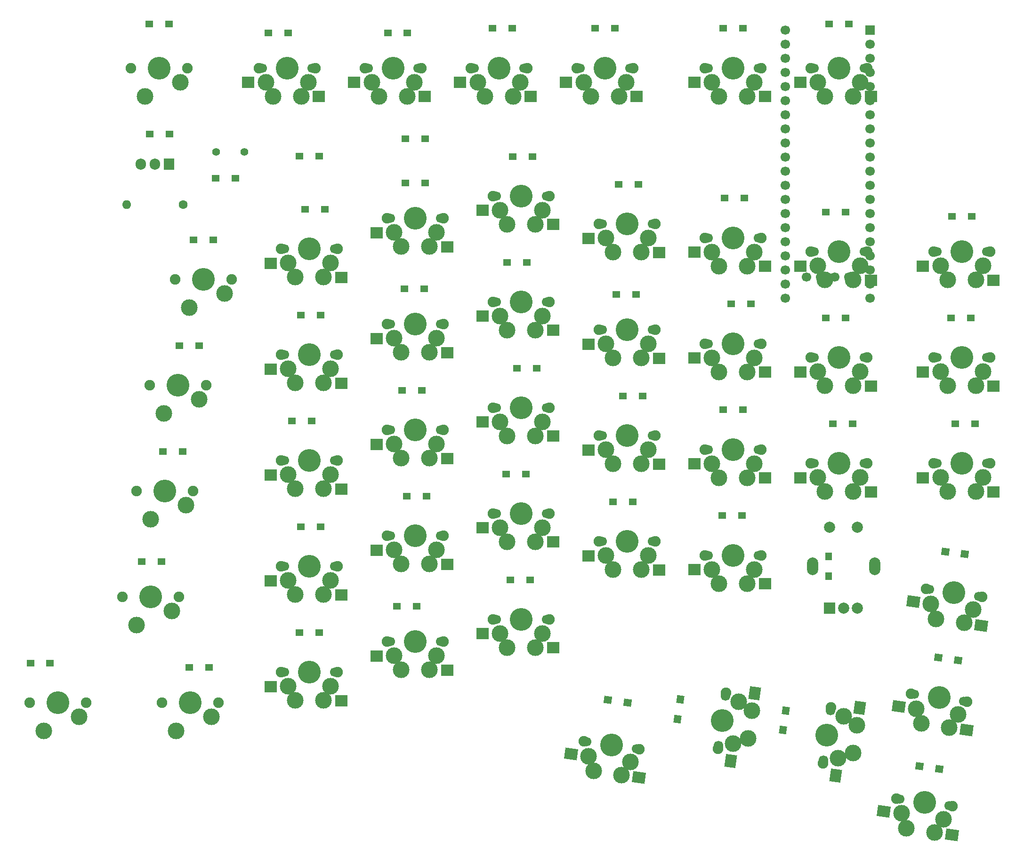
<source format=gbr>
%TF.GenerationSoftware,KiCad,Pcbnew,(6.0.5-0)*%
%TF.CreationDate,2023-01-14T19:39:34-08:00*%
%TF.ProjectId,ergodonk_pcb,6572676f-646f-46e6-9b5f-7063622e6b69,rev?*%
%TF.SameCoordinates,Original*%
%TF.FileFunction,Soldermask,Top*%
%TF.FilePolarity,Negative*%
%FSLAX46Y46*%
G04 Gerber Fmt 4.6, Leading zero omitted, Abs format (unit mm)*
G04 Created by KiCad (PCBNEW (6.0.5-0)) date 2023-01-14 19:39:34*
%MOMM*%
%LPD*%
G01*
G04 APERTURE LIST*
G04 Aperture macros list*
%AMRotRect*
0 Rectangle, with rotation*
0 The origin of the aperture is its center*
0 $1 length*
0 $2 width*
0 $3 Rotation angle, in degrees counterclockwise*
0 Add horizontal line*
21,1,$1,$2,0,0,$3*%
G04 Aperture macros list end*
%ADD10C,1.900000*%
%ADD11C,3.000000*%
%ADD12C,1.700000*%
%ADD13C,4.100000*%
%ADD14R,2.300000X2.000000*%
%ADD15R,1.400000X1.300000*%
%ADD16RotRect,2.300000X2.000000X82.000000*%
%ADD17RotRect,1.400000X1.300000X352.000000*%
%ADD18O,2.000000X3.200000*%
%ADD19R,2.000000X2.000000*%
%ADD20C,2.000000*%
%ADD21RotRect,2.300000X2.000000X352.000000*%
%ADD22R,1.905000X2.000000*%
%ADD23O,1.905000X2.000000*%
%ADD24RotRect,1.400000X1.300000X82.000000*%
%ADD25R,1.300000X1.400000*%
%ADD26C,1.600000*%
%ADD27O,1.600000X1.600000*%
%ADD28C,1.397000*%
%ADD29R,1.700000X1.700000*%
G04 APERTURE END LIST*
D10*
%TO.C,SWLH14*%
X109220000Y-57975000D03*
D11*
X110490000Y-60515001D03*
D12*
X118800000Y-57975000D03*
D11*
X118110000Y-60515000D03*
X116840000Y-63055000D03*
D10*
X119380000Y-57975000D03*
D13*
X114300000Y-57975000D03*
D12*
X109800000Y-57975000D03*
D11*
X111760000Y-63055000D03*
D14*
X107300000Y-60555000D03*
X120000000Y-63095000D03*
%TD*%
D15*
%TO.C,D50*%
X29556250Y-142031250D03*
X26006250Y-142031250D03*
%TD*%
D11*
%TO.C,SWLH33*%
X92710000Y-105155000D03*
D10*
X90170000Y-100075000D03*
D13*
X95250000Y-100075000D03*
D10*
X100330000Y-100075000D03*
D11*
X91440000Y-102615001D03*
D12*
X99750000Y-100075000D03*
D11*
X99060000Y-102615000D03*
D12*
X90750000Y-100075000D03*
D11*
X97790000Y-105155000D03*
D14*
X88250000Y-102655000D03*
X100950000Y-105195000D03*
%TD*%
D11*
%TO.C,SWLH57*%
X173923084Y-158249192D03*
X172291552Y-151607490D03*
X171231054Y-159153333D03*
D10*
X169953021Y-149996350D03*
D11*
X174630083Y-153218630D03*
D12*
X168619743Y-159483118D03*
X169872301Y-150570706D03*
D13*
X169246022Y-155026912D03*
D10*
X168539023Y-160057474D03*
D16*
X170826702Y-162317855D03*
X175109481Y-150094950D03*
%TD*%
D15*
%TO.C,D11*%
X58925000Y-65831250D03*
X55375000Y-65831250D03*
%TD*%
%TO.C,D53*%
X95437500Y-131825000D03*
X91887500Y-131825000D03*
%TD*%
D12*
%TO.C,SWLH35*%
X137850000Y-101075000D03*
D11*
X130810000Y-106155000D03*
X129540000Y-103615001D03*
D10*
X138430000Y-101075000D03*
X128270000Y-101075000D03*
D11*
X135890000Y-106155000D03*
D13*
X133350000Y-101075000D03*
D11*
X137160000Y-103615000D03*
D12*
X128850000Y-101075000D03*
D14*
X126350000Y-103655000D03*
X139050000Y-106195000D03*
%TD*%
D15*
%TO.C,D42*%
X78162500Y-117481250D03*
X74612500Y-117481250D03*
%TD*%
D17*
%TO.C,D58*%
X192800924Y-141504774D03*
X189285472Y-141010710D03*
%TD*%
D15*
%TO.C,D13*%
X97025000Y-55625000D03*
X93475000Y-55625000D03*
%TD*%
%TO.C,D54*%
X115900000Y-127031250D03*
X112350000Y-127031250D03*
%TD*%
D11*
%TO.C,SWLH12*%
X80010000Y-70015000D03*
D12*
X71700000Y-67475000D03*
D13*
X76200000Y-67475000D03*
D11*
X73660000Y-72555000D03*
D10*
X71120000Y-67475000D03*
D11*
X78740000Y-72555000D03*
X72390000Y-70015001D03*
D10*
X81280000Y-67475000D03*
D12*
X80700000Y-67475000D03*
D14*
X69200000Y-70055000D03*
X81900000Y-72595000D03*
%TD*%
D10*
%TO.C,SWLH43*%
X90170000Y-119125000D03*
D12*
X99750000Y-119125000D03*
X90750000Y-119125000D03*
D11*
X91440000Y-121665001D03*
X92710000Y-124205000D03*
D13*
X95250000Y-119125000D03*
D11*
X97790000Y-124205000D03*
D10*
X100330000Y-119125000D03*
D11*
X99060000Y-121665000D03*
D14*
X88250000Y-121705000D03*
X100950000Y-124245000D03*
%TD*%
D11*
%TO.C,SWLH2*%
X69660000Y-40005000D03*
X68390000Y-37465001D03*
X76010000Y-37465000D03*
D13*
X72200000Y-34925000D03*
D11*
X74740000Y-40005000D03*
D12*
X76700000Y-34925000D03*
X67700000Y-34925000D03*
D10*
X67120000Y-34925000D03*
X77280000Y-34925000D03*
D14*
X65200000Y-37505000D03*
X77900000Y-40045000D03*
%TD*%
D15*
%TO.C,D52*%
X77975000Y-136531250D03*
X74425000Y-136531250D03*
%TD*%
%TO.C,D3*%
X93818750Y-28575000D03*
X90268750Y-28575000D03*
%TD*%
%TO.C,D15*%
X135312500Y-55831250D03*
X131762500Y-55831250D03*
%TD*%
%TO.C,D36*%
X154175000Y-96431250D03*
X150625000Y-96431250D03*
%TD*%
%TO.C,D22*%
X78162500Y-79381250D03*
X74612500Y-79381250D03*
%TD*%
D10*
%TO.C,SWLH53*%
X90170000Y-138175000D03*
D11*
X92710000Y-143255000D03*
X99060000Y-140715000D03*
X97790000Y-143255000D03*
D13*
X95250000Y-138175000D03*
D12*
X90750000Y-138175000D03*
D11*
X91440000Y-140715001D03*
D10*
X100330000Y-138175000D03*
D12*
X99750000Y-138175000D03*
D14*
X88250000Y-140755000D03*
X100950000Y-143295000D03*
%TD*%
D12*
%TO.C,SWLH3*%
X86750000Y-34925000D03*
D13*
X91250000Y-34925000D03*
D11*
X88710000Y-40005000D03*
X93790000Y-40005000D03*
D10*
X86170000Y-34925000D03*
D11*
X95060000Y-37465000D03*
D10*
X96330000Y-34925000D03*
D11*
X87440000Y-37465001D03*
D12*
X95750000Y-34925000D03*
D14*
X84250000Y-37505000D03*
X96950000Y-40045000D03*
%TD*%
D15*
%TO.C,D_sol_1*%
X59343750Y-54768750D03*
X62893750Y-54768750D03*
%TD*%
D18*
%TO.C,SWLH_ROT1*%
X177843750Y-124618750D03*
X166643750Y-124618750D03*
D19*
X169743750Y-132118750D03*
D20*
X174743750Y-132118750D03*
X172243750Y-132118750D03*
X174743750Y-117618750D03*
X169743750Y-117618750D03*
%TD*%
D10*
%TO.C,SWLH45*%
X138430000Y-120125000D03*
D11*
X129540000Y-122665001D03*
X137160000Y-122665000D03*
D12*
X137850000Y-120125000D03*
D10*
X128270000Y-120125000D03*
D11*
X135890000Y-125205000D03*
X130810000Y-125205000D03*
D12*
X128850000Y-120125000D03*
D13*
X133350000Y-120125000D03*
D14*
X126350000Y-122705000D03*
X139050000Y-125245000D03*
%TD*%
D15*
%TO.C,D1*%
X50925000Y-26987500D03*
X47375000Y-26987500D03*
%TD*%
%TO.C,D6*%
X154175000Y-27781250D03*
X150625000Y-27781250D03*
%TD*%
D11*
%TO.C,SWLH68*%
X183562725Y-171787525D03*
X188593287Y-172494524D03*
D12*
X191241211Y-167736742D03*
D11*
X190204427Y-170155993D03*
X182658584Y-169095495D03*
D10*
X181754443Y-166403464D03*
D12*
X182328799Y-166484184D03*
D13*
X186785005Y-167110463D03*
D10*
X191815567Y-167817462D03*
D21*
X179494062Y-168691143D03*
X191716967Y-172973922D03*
%TD*%
D10*
%TO.C,SWLH27*%
X176530000Y-87025000D03*
D11*
X173990000Y-92105000D03*
X167640000Y-89565001D03*
D13*
X171450000Y-87025000D03*
D12*
X175950000Y-87025000D03*
D11*
X175260000Y-89565000D03*
D12*
X166950000Y-87025000D03*
D10*
X166370000Y-87025000D03*
D11*
X168910000Y-92105000D03*
D14*
X164450000Y-89605000D03*
X177150000Y-92145000D03*
%TD*%
D12*
%TO.C,SWLH4*%
X105800000Y-34925000D03*
D10*
X115380000Y-34925000D03*
D11*
X107760000Y-40005000D03*
D13*
X110300000Y-34925000D03*
D11*
X106490000Y-37465001D03*
D12*
X114800000Y-34925000D03*
D11*
X112840000Y-40005000D03*
D10*
X105220000Y-34925000D03*
D11*
X114110000Y-37465000D03*
D14*
X103300000Y-37505000D03*
X116000000Y-40045000D03*
%TD*%
D10*
%TO.C,SWLH65*%
X125492029Y-156091645D03*
D12*
X126066385Y-156172365D03*
D11*
X132330873Y-162182705D03*
X127300311Y-161475706D03*
D12*
X134978797Y-157424923D03*
D13*
X130522591Y-156798644D03*
D10*
X135553153Y-157505643D03*
D11*
X133942013Y-159844174D03*
X126396170Y-158783676D03*
D21*
X123231648Y-158379324D03*
X135454553Y-162662103D03*
%TD*%
D22*
%TO.C,Q1*%
X50958750Y-52236250D03*
D23*
X48418750Y-52236250D03*
X45878750Y-52236250D03*
%TD*%
D11*
%TO.C,SWLH22*%
X73660000Y-91605000D03*
D10*
X71120000Y-86525000D03*
D13*
X76200000Y-86525000D03*
D11*
X78740000Y-91605000D03*
X80010000Y-89065000D03*
D10*
X81280000Y-86525000D03*
D11*
X72390000Y-89065001D03*
D12*
X71700000Y-86525000D03*
X80700000Y-86525000D03*
D14*
X69200000Y-89105000D03*
X81900000Y-91645000D03*
%TD*%
D15*
%TO.C,D18*%
X195275000Y-61625000D03*
X191725000Y-61625000D03*
%TD*%
%TO.C,D27*%
X172606250Y-79881250D03*
X169056250Y-79881250D03*
%TD*%
D11*
%TO.C,SWLH16*%
X148590000Y-68015001D03*
D10*
X157480000Y-65475000D03*
D12*
X156900000Y-65475000D03*
D11*
X149860000Y-70555000D03*
D10*
X147320000Y-65475000D03*
D11*
X154940000Y-70555000D03*
D13*
X152400000Y-65475000D03*
D11*
X156210000Y-68015000D03*
D12*
X147900000Y-65475000D03*
D14*
X145400000Y-68055000D03*
X158100000Y-70595000D03*
%TD*%
D15*
%TO.C,D31*%
X53368750Y-103931250D03*
X49818750Y-103931250D03*
%TD*%
D11*
%TO.C,SWLH58*%
X191244534Y-153629917D03*
D12*
X193892458Y-148872135D03*
D13*
X189436252Y-148245856D03*
D10*
X184405690Y-147538857D03*
D11*
X192855674Y-151291386D03*
D12*
X184980046Y-147619577D03*
D11*
X185309831Y-150230888D03*
D10*
X194466814Y-148952855D03*
D11*
X186213972Y-152922918D03*
D21*
X182145309Y-149826536D03*
X194368214Y-154109315D03*
%TD*%
D12*
%TO.C,SWLH44*%
X109800000Y-115125000D03*
D10*
X119380000Y-115125000D03*
D11*
X116840000Y-120205000D03*
X110490000Y-117665001D03*
X118110000Y-117665000D03*
D13*
X114300000Y-115125000D03*
D10*
X109220000Y-115125000D03*
D11*
X111760000Y-120205000D03*
D12*
X118800000Y-115125000D03*
D14*
X107300000Y-117705000D03*
X120000000Y-120245000D03*
%TD*%
D15*
%TO.C,D46*%
X154000000Y-115481250D03*
X150450000Y-115481250D03*
%TD*%
%TO.C,D35*%
X136106250Y-93931250D03*
X132556250Y-93931250D03*
%TD*%
%TO.C,D17*%
X172618750Y-60831250D03*
X169068750Y-60831250D03*
%TD*%
%TO.C,D21*%
X56368750Y-84881250D03*
X52818750Y-84881250D03*
%TD*%
%TO.C,D16*%
X154362500Y-58331250D03*
X150812500Y-58331250D03*
%TD*%
D10*
%TO.C,SWLH52*%
X71120000Y-143675000D03*
D11*
X73660000Y-148755000D03*
X72390000Y-146215001D03*
D13*
X76200000Y-143675000D03*
D12*
X80700000Y-143675000D03*
D11*
X80010000Y-146215000D03*
X78740000Y-148755000D03*
D12*
X71700000Y-143675000D03*
D10*
X81280000Y-143675000D03*
D14*
X69200000Y-146255000D03*
X81900000Y-148795000D03*
%TD*%
D15*
%TO.C,D23*%
X96837500Y-74675000D03*
X93287500Y-74675000D03*
%TD*%
%TO.C,D34*%
X117056250Y-88931250D03*
X113506250Y-88931250D03*
%TD*%
D13*
%TO.C,SWLH56*%
X150377066Y-152406610D03*
D11*
X153422596Y-148987188D03*
X155054128Y-155628890D03*
D12*
X149750787Y-156862816D03*
D10*
X151084065Y-147376048D03*
X149670067Y-157437172D03*
D12*
X151003345Y-147950404D03*
D11*
X152362098Y-156533031D03*
X155761127Y-150598328D03*
D16*
X151957746Y-159697553D03*
X156240525Y-147474648D03*
%TD*%
D15*
%TO.C,H1*%
X77975000Y-50800000D03*
X74425000Y-50800000D03*
%TD*%
%TO.C,D4*%
X112681250Y-27781250D03*
X109131250Y-27781250D03*
%TD*%
D17*
%TO.C,D68*%
X189426480Y-161069293D03*
X185911028Y-160575229D03*
%TD*%
D10*
%TO.C,SWLH28*%
X198580000Y-87025000D03*
D13*
X193500000Y-87025000D03*
D11*
X196040000Y-92105000D03*
X190960000Y-92105000D03*
D12*
X189000000Y-87025000D03*
D11*
X189690000Y-89565001D03*
X197310000Y-89565000D03*
D10*
X188420000Y-87025000D03*
D12*
X198000000Y-87025000D03*
D14*
X186500000Y-89605000D03*
X199200000Y-92145000D03*
%TD*%
D10*
%TO.C,SWLH26*%
X157480000Y-84525000D03*
D11*
X154940000Y-89605000D03*
X156210000Y-87065000D03*
X148590000Y-87065001D03*
D12*
X156900000Y-84525000D03*
X147900000Y-84525000D03*
D10*
X147320000Y-84525000D03*
D13*
X152400000Y-84525000D03*
D11*
X149860000Y-89605000D03*
D14*
X145400000Y-87105000D03*
X158100000Y-89645000D03*
%TD*%
D11*
%TO.C,SWLH24*%
X110490000Y-79565001D03*
D13*
X114300000Y-77025000D03*
D12*
X109800000Y-77025000D03*
D11*
X116840000Y-82105000D03*
D12*
X118800000Y-77025000D03*
D11*
X118110000Y-79565000D03*
D10*
X109220000Y-77025000D03*
X119380000Y-77025000D03*
D11*
X111760000Y-82105000D03*
D14*
X107300000Y-79605000D03*
X120000000Y-82145000D03*
%TD*%
D11*
%TO.C,SWLH7*%
X167640000Y-37465001D03*
D12*
X175950000Y-34925000D03*
D11*
X175260000Y-37465000D03*
D10*
X176530000Y-34925000D03*
D13*
X171450000Y-34925000D03*
D11*
X168910000Y-40005000D03*
D12*
X166950000Y-34925000D03*
D11*
X173990000Y-40005000D03*
D10*
X166370000Y-34925000D03*
D14*
X164450000Y-37505000D03*
X177150000Y-40045000D03*
%TD*%
D24*
%TO.C,D57*%
X161853738Y-150592449D03*
X161359674Y-154107901D03*
%TD*%
D10*
%TO.C,SWLH31*%
X55245000Y-111075000D03*
X45085000Y-111075000D03*
D11*
X47625000Y-116155000D03*
X53975000Y-113615000D03*
D13*
X50165000Y-111075000D03*
%TD*%
D15*
%TO.C,D7*%
X173225000Y-26987500D03*
X169675000Y-26987500D03*
%TD*%
D13*
%TO.C,SWLH41*%
X47625000Y-130125000D03*
D10*
X42545000Y-130125000D03*
D11*
X51435000Y-132665000D03*
D10*
X52705000Y-130125000D03*
D11*
X45085000Y-135205000D03*
%TD*%
%TO.C,SWLH38*%
X196040000Y-111155000D03*
X197310000Y-108615000D03*
X190960000Y-111155000D03*
D10*
X188420000Y-106075000D03*
D13*
X193500000Y-106075000D03*
D10*
X198580000Y-106075000D03*
D12*
X189000000Y-106075000D03*
X198000000Y-106075000D03*
D11*
X189690000Y-108615001D03*
D14*
X186500000Y-108655000D03*
X199200000Y-111195000D03*
%TD*%
D11*
%TO.C,SWLH6*%
X154940000Y-40005000D03*
D10*
X147320000Y-34925000D03*
X157480000Y-34925000D03*
D12*
X156900000Y-34925000D03*
D13*
X152400000Y-34925000D03*
D12*
X147900000Y-34925000D03*
D11*
X149860000Y-40005000D03*
X156210000Y-37465000D03*
X148590000Y-37465001D03*
D14*
X145400000Y-37505000D03*
X158100000Y-40045000D03*
%TD*%
D15*
%TO.C,D41*%
X49587500Y-123775000D03*
X46037500Y-123775000D03*
%TD*%
D11*
%TO.C,SWLH46*%
X149860000Y-127705000D03*
X154940000Y-127705000D03*
D12*
X147900000Y-122625000D03*
D11*
X148590000Y-125165001D03*
D13*
X152400000Y-122625000D03*
D10*
X157480000Y-122625000D03*
D11*
X156210000Y-125165000D03*
D12*
X156900000Y-122625000D03*
D10*
X147320000Y-122625000D03*
D14*
X145400000Y-125205000D03*
X158100000Y-127745000D03*
%TD*%
D15*
%TO.C,D2*%
X72387500Y-28575000D03*
X68837500Y-28575000D03*
%TD*%
%TO.C,D24*%
X115281250Y-69881250D03*
X111731250Y-69881250D03*
%TD*%
D11*
%TO.C,SWLH21*%
X56356250Y-94565000D03*
D10*
X47466250Y-92025000D03*
D13*
X52546250Y-92025000D03*
D11*
X50006250Y-97105000D03*
D10*
X57626250Y-92025000D03*
%TD*%
%TO.C,SWLH51*%
X59848750Y-149175000D03*
X49688750Y-149175000D03*
D13*
X54768750Y-149175000D03*
D11*
X58578750Y-151715000D03*
X52228750Y-154255000D03*
%TD*%
D15*
%TO.C,D5*%
X131125000Y-27781250D03*
X127575000Y-27781250D03*
%TD*%
D11*
%TO.C,SWLH34*%
X118110000Y-98615000D03*
D13*
X114300000Y-96075000D03*
D11*
X110490000Y-98615001D03*
D12*
X118800000Y-96075000D03*
D11*
X111760000Y-101155000D03*
D10*
X119380000Y-96075000D03*
D12*
X109800000Y-96075000D03*
D10*
X109220000Y-96075000D03*
D11*
X116840000Y-101155000D03*
D14*
X107300000Y-98655000D03*
X120000000Y-101195000D03*
%TD*%
D15*
%TO.C,D12*%
X78956250Y-60331250D03*
X75406250Y-60331250D03*
%TD*%
%TO.C,D33*%
X96406250Y-92931250D03*
X92856250Y-92931250D03*
%TD*%
%TO.C,D45*%
X134331250Y-112981250D03*
X130781250Y-112981250D03*
%TD*%
D11*
%TO.C,SWLH50*%
X34766250Y-151715000D03*
D10*
X36036250Y-149175000D03*
X25876250Y-149175000D03*
D11*
X28416250Y-154255000D03*
D13*
X30956250Y-149175000D03*
%TD*%
D11*
%TO.C,SWLH37*%
X167640000Y-108615001D03*
X175260000Y-108615000D03*
D13*
X171450000Y-106075000D03*
D12*
X166950000Y-106075000D03*
D11*
X173990000Y-111155000D03*
D10*
X166370000Y-106075000D03*
D11*
X168910000Y-111155000D03*
D12*
X175950000Y-106075000D03*
D10*
X176530000Y-106075000D03*
D14*
X164450000Y-108655000D03*
X177150000Y-111195000D03*
%TD*%
D15*
%TO.C,D43*%
X97212500Y-111981250D03*
X93662500Y-111981250D03*
%TD*%
D11*
%TO.C,SWLH5*%
X125540000Y-37465001D03*
X126810000Y-40005000D03*
X131890000Y-40005000D03*
D13*
X129350000Y-34925000D03*
D12*
X133850000Y-34925000D03*
X124850000Y-34925000D03*
D10*
X124270000Y-34925000D03*
X134430000Y-34925000D03*
D11*
X133160000Y-37465000D03*
D14*
X122350000Y-37505000D03*
X135050000Y-40045000D03*
%TD*%
D15*
%TO.C,D26*%
X155575000Y-77381250D03*
X152025000Y-77381250D03*
%TD*%
D11*
%TO.C,SWLH42*%
X72390000Y-127165001D03*
X80010000Y-127165000D03*
D12*
X80700000Y-124625000D03*
D13*
X76200000Y-124625000D03*
D10*
X71120000Y-124625000D03*
D11*
X73660000Y-129705000D03*
X78740000Y-129705000D03*
D10*
X81280000Y-124625000D03*
D12*
X71700000Y-124625000D03*
D14*
X69200000Y-127205000D03*
X81900000Y-129745000D03*
%TD*%
D10*
%TO.C,SWLH48*%
X197118062Y-130088249D03*
D13*
X192087500Y-129381250D03*
D11*
X188865220Y-134058312D03*
X195506922Y-132426780D03*
D10*
X187056938Y-128674251D03*
D12*
X196543706Y-130007529D03*
D11*
X193895782Y-134765311D03*
X187961079Y-131366282D03*
D12*
X187631294Y-128754971D03*
D21*
X184796557Y-130961930D03*
X197019462Y-135244709D03*
%TD*%
D12*
%TO.C,SWLH32*%
X71700000Y-105575000D03*
D11*
X72390000Y-108115001D03*
X78740000Y-110655000D03*
X73660000Y-110655000D03*
D13*
X76200000Y-105575000D03*
D10*
X71120000Y-105575000D03*
D11*
X80010000Y-108115000D03*
D12*
X80700000Y-105575000D03*
D10*
X81280000Y-105575000D03*
D14*
X69200000Y-108155000D03*
X81900000Y-110695000D03*
%TD*%
D15*
%TO.C,D38*%
X195893750Y-98931250D03*
X192343750Y-98931250D03*
%TD*%
D11*
%TO.C,SWLH23*%
X99060000Y-83565000D03*
X91440000Y-83565001D03*
D12*
X99750000Y-81025000D03*
D10*
X100330000Y-81025000D03*
D11*
X97790000Y-86105000D03*
D10*
X90170000Y-81025000D03*
D13*
X95250000Y-81025000D03*
D11*
X92710000Y-86105000D03*
D12*
X90750000Y-81025000D03*
D14*
X88250000Y-83605000D03*
X100950000Y-86145000D03*
%TD*%
D15*
%TO.C,J_SOL_1*%
X50987500Y-46831250D03*
X47437500Y-46831250D03*
%TD*%
%TO.C,D14*%
X116262500Y-50831250D03*
X112712500Y-50831250D03*
%TD*%
D11*
%TO.C,SWLH36*%
X149860000Y-108655000D03*
D12*
X147900000Y-103575000D03*
D10*
X157480000Y-103575000D03*
D11*
X156210000Y-106115000D03*
D12*
X156900000Y-103575000D03*
D11*
X154940000Y-108655000D03*
D13*
X152400000Y-103575000D03*
D11*
X148590000Y-106115001D03*
D10*
X147320000Y-103575000D03*
D14*
X145400000Y-106155000D03*
X158100000Y-108695000D03*
%TD*%
D15*
%TO.C,D37*%
X173843750Y-98931250D03*
X170293750Y-98931250D03*
%TD*%
D13*
%TO.C,SWLH11*%
X57150000Y-72975000D03*
D10*
X52070000Y-72975000D03*
X62230000Y-72975000D03*
D11*
X60960000Y-75515000D03*
X54610000Y-78055000D03*
%TD*%
D15*
%TO.C,J1*%
X97025000Y-47625000D03*
X93475000Y-47625000D03*
%TD*%
D11*
%TO.C,SWLH17*%
X173990000Y-73055000D03*
D10*
X166370000Y-67975000D03*
D12*
X175950000Y-67975000D03*
D11*
X167640000Y-70515001D03*
X175260000Y-70515000D03*
D10*
X176530000Y-67975000D03*
D13*
X171450000Y-67975000D03*
D11*
X168910000Y-73055000D03*
D12*
X166950000Y-67975000D03*
D14*
X164450000Y-70555000D03*
X177150000Y-73095000D03*
%TD*%
D10*
%TO.C,SWLH54*%
X119380000Y-134175000D03*
D11*
X116840000Y-139255000D03*
D12*
X118800000Y-134175000D03*
D11*
X111760000Y-139255000D03*
X118110000Y-136715000D03*
X110490000Y-136715001D03*
D10*
X109220000Y-134175000D03*
D13*
X114300000Y-134175000D03*
D12*
X109800000Y-134175000D03*
D14*
X107300000Y-136755000D03*
X120000000Y-139295000D03*
%TD*%
D15*
%TO.C,D44*%
X115093750Y-107981250D03*
X111543750Y-107981250D03*
%TD*%
D24*
%TO.C,D56*%
X142900409Y-148572497D03*
X142406345Y-152087949D03*
%TD*%
D11*
%TO.C,SWLH18*%
X197310000Y-70515000D03*
D12*
X198000000Y-67975000D03*
D13*
X193500000Y-67975000D03*
D10*
X188420000Y-67975000D03*
D11*
X190960000Y-73055000D03*
D10*
X198580000Y-67975000D03*
D11*
X189690000Y-70515001D03*
X196040000Y-73055000D03*
D12*
X189000000Y-67975000D03*
D14*
X186500000Y-70555000D03*
X199200000Y-73095000D03*
%TD*%
D15*
%TO.C,D32*%
X76575000Y-98431250D03*
X73025000Y-98431250D03*
%TD*%
D25*
%TO.C,D47*%
X169568750Y-126387500D03*
X169568750Y-122837500D03*
%TD*%
D26*
%TO.C,R2*%
X53498750Y-59531250D03*
D27*
X43338750Y-59531250D03*
%TD*%
D15*
%TO.C,D25*%
X134950000Y-75675000D03*
X131400000Y-75675000D03*
%TD*%
D11*
%TO.C,SWLH25*%
X137160000Y-84565000D03*
D10*
X128270000Y-82025000D03*
X138430000Y-82025000D03*
D11*
X129540000Y-84565001D03*
X130810000Y-87105000D03*
D12*
X137850000Y-82025000D03*
X128850000Y-82025000D03*
D13*
X133350000Y-82025000D03*
D11*
X135890000Y-87105000D03*
D14*
X126350000Y-84605000D03*
X139050000Y-87145000D03*
%TD*%
D10*
%TO.C,SWLH1*%
X54230000Y-34925000D03*
D13*
X49150000Y-34925000D03*
D11*
X52960000Y-37465000D03*
X46610000Y-40005000D03*
D10*
X44070000Y-34925000D03*
%TD*%
D11*
%TO.C,SWLH13*%
X91440000Y-64515001D03*
D10*
X100330000Y-61975000D03*
X90170000Y-61975000D03*
D11*
X97790000Y-67055000D03*
D13*
X95250000Y-61975000D03*
D12*
X99750000Y-61975000D03*
X90750000Y-61975000D03*
D11*
X99060000Y-64515000D03*
X92710000Y-67055000D03*
D14*
X88250000Y-64555000D03*
X100950000Y-67095000D03*
%TD*%
D17*
%TO.C,D48*%
X194053418Y-122443585D03*
X190537966Y-121949521D03*
%TD*%
D15*
%TO.C,D28*%
X195087500Y-79881250D03*
X191537500Y-79881250D03*
%TD*%
%TO.C,D51*%
X58131250Y-142825000D03*
X54581250Y-142825000D03*
%TD*%
D28*
%TO.C,R1*%
X64452500Y-50006250D03*
X59372500Y-50006250D03*
%TD*%
D17*
%TO.C,D65*%
X133385003Y-149185424D03*
X129869551Y-148691360D03*
%TD*%
D13*
%TO.C,SWLH15*%
X133350000Y-62975000D03*
D12*
X128850000Y-62975000D03*
D11*
X130810000Y-68055000D03*
X135890000Y-68055000D03*
X129540000Y-65515001D03*
D10*
X128270000Y-62975000D03*
D12*
X137850000Y-62975000D03*
D11*
X137160000Y-65515000D03*
D10*
X138430000Y-62975000D03*
D14*
X126350000Y-65555000D03*
X139050000Y-68095000D03*
%TD*%
D29*
%TO.C,ULH1*%
X177006250Y-28098750D03*
D12*
X177006250Y-30638750D03*
X177006250Y-33178750D03*
X177006250Y-35718750D03*
X177006250Y-38258750D03*
X177006250Y-40798750D03*
X177006250Y-43338750D03*
X177006250Y-45878750D03*
X177006250Y-48418750D03*
X177006250Y-50958750D03*
X177006250Y-53498750D03*
X177006250Y-56038750D03*
X177006250Y-58578750D03*
X177006250Y-61118750D03*
X177006250Y-63658750D03*
X177006250Y-66198750D03*
X177006250Y-68738750D03*
X177006250Y-71278750D03*
X177006250Y-73818750D03*
X177006250Y-76358750D03*
X161766250Y-76358750D03*
X161766250Y-73818750D03*
X161766250Y-71278750D03*
X161766250Y-68738750D03*
X161766250Y-66198750D03*
X161766250Y-63658750D03*
X161766250Y-61118750D03*
X161766250Y-58578750D03*
X161766250Y-56038750D03*
X161766250Y-53498750D03*
X161766250Y-50958750D03*
X161766250Y-48418750D03*
X161766250Y-45878750D03*
X161766250Y-43338750D03*
X161766250Y-40798750D03*
X161766250Y-38258750D03*
X161766250Y-35718750D03*
X161766250Y-33178750D03*
X161766250Y-30638750D03*
X161766250Y-28098750D03*
X165574250Y-72547750D03*
X168114250Y-72547750D03*
X170654250Y-72547750D03*
X173194250Y-72547750D03*
%TD*%
M02*

</source>
